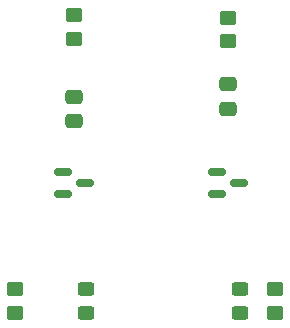
<source format=gbr>
%TF.GenerationSoftware,KiCad,Pcbnew,6.0.11+dfsg-1~bpo11+1*%
%TF.CreationDate,2023-06-10T16:56:11+02:00*%
%TF.ProjectId,myschematic,6d797363-6865-46d6-9174-69632e6b6963,rev?*%
%TF.SameCoordinates,Original*%
%TF.FileFunction,Paste,Top*%
%TF.FilePolarity,Positive*%
%FSLAX46Y46*%
G04 Gerber Fmt 4.6, Leading zero omitted, Abs format (unit mm)*
G04 Created by KiCad (PCBNEW 6.0.11+dfsg-1~bpo11+1) date 2023-06-10 16:56:11*
%MOMM*%
%LPD*%
G01*
G04 APERTURE LIST*
G04 Aperture macros list*
%AMRoundRect*
0 Rectangle with rounded corners*
0 $1 Rounding radius*
0 $2 $3 $4 $5 $6 $7 $8 $9 X,Y pos of 4 corners*
0 Add a 4 corners polygon primitive as box body*
4,1,4,$2,$3,$4,$5,$6,$7,$8,$9,$2,$3,0*
0 Add four circle primitives for the rounded corners*
1,1,$1+$1,$2,$3*
1,1,$1+$1,$4,$5*
1,1,$1+$1,$6,$7*
1,1,$1+$1,$8,$9*
0 Add four rect primitives between the rounded corners*
20,1,$1+$1,$2,$3,$4,$5,0*
20,1,$1+$1,$4,$5,$6,$7,0*
20,1,$1+$1,$6,$7,$8,$9,0*
20,1,$1+$1,$8,$9,$2,$3,0*%
G04 Aperture macros list end*
%ADD10RoundRect,0.250000X-0.450000X0.350000X-0.450000X-0.350000X0.450000X-0.350000X0.450000X0.350000X0*%
%ADD11RoundRect,0.150000X-0.587500X-0.150000X0.587500X-0.150000X0.587500X0.150000X-0.587500X0.150000X0*%
%ADD12RoundRect,0.250000X-0.450000X0.325000X-0.450000X-0.325000X0.450000X-0.325000X0.450000X0.325000X0*%
%ADD13RoundRect,0.250000X-0.475000X0.337500X-0.475000X-0.337500X0.475000X-0.337500X0.475000X0.337500X0*%
G04 APERTURE END LIST*
D10*
%TO.C,R4*%
X42000000Y-60000000D03*
X42000000Y-58000000D03*
%TD*%
%TO.C,R3*%
X25000000Y-34772936D03*
X25000000Y-36772936D03*
%TD*%
%TO.C,R2*%
X38000000Y-35000000D03*
X38000000Y-37000000D03*
%TD*%
%TO.C,R1*%
X20000000Y-60000000D03*
X20000000Y-58000000D03*
%TD*%
D11*
%TO.C,Q2*%
X37062500Y-48050000D03*
X37062500Y-49950000D03*
X38937500Y-49000000D03*
%TD*%
%TO.C,Q1*%
X24062500Y-48050000D03*
X24062500Y-49950000D03*
X25937500Y-49000000D03*
%TD*%
D12*
%TO.C,D2*%
X39000000Y-57975000D03*
X39000000Y-60025000D03*
%TD*%
%TO.C,D1*%
X26000000Y-57975000D03*
X26000000Y-60025000D03*
%TD*%
D13*
%TO.C,C2*%
X25000000Y-43776248D03*
X25000000Y-41701248D03*
%TD*%
%TO.C,C1*%
X38000000Y-40626248D03*
X38000000Y-42701248D03*
%TD*%
M02*

</source>
